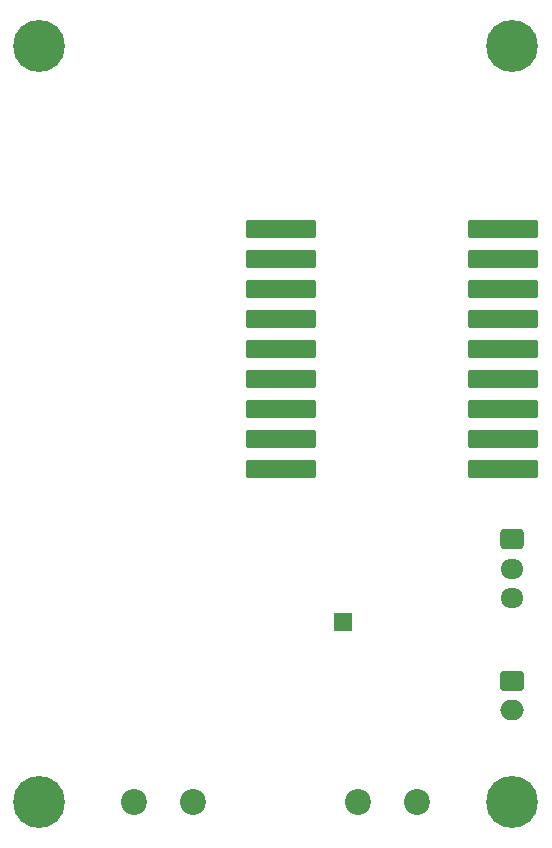
<source format=gbr>
%TF.GenerationSoftware,KiCad,Pcbnew,9.0.2*%
%TF.CreationDate,2025-07-25T15:36:06+01:00*%
%TF.ProjectId,doorbell_pcb_v2,646f6f72-6265-46c6-9c5f-7063625f7632,rev?*%
%TF.SameCoordinates,Original*%
%TF.FileFunction,Soldermask,Bot*%
%TF.FilePolarity,Negative*%
%FSLAX46Y46*%
G04 Gerber Fmt 4.6, Leading zero omitted, Abs format (unit mm)*
G04 Created by KiCad (PCBNEW 9.0.2) date 2025-07-25 15:36:06*
%MOMM*%
%LPD*%
G01*
G04 APERTURE LIST*
G04 Aperture macros list*
%AMRoundRect*
0 Rectangle with rounded corners*
0 $1 Rounding radius*
0 $2 $3 $4 $5 $6 $7 $8 $9 X,Y pos of 4 corners*
0 Add a 4 corners polygon primitive as box body*
4,1,4,$2,$3,$4,$5,$6,$7,$8,$9,$2,$3,0*
0 Add four circle primitives for the rounded corners*
1,1,$1+$1,$2,$3*
1,1,$1+$1,$4,$5*
1,1,$1+$1,$6,$7*
1,1,$1+$1,$8,$9*
0 Add four rect primitives between the rounded corners*
20,1,$1+$1,$2,$3,$4,$5,0*
20,1,$1+$1,$4,$5,$6,$7,0*
20,1,$1+$1,$6,$7,$8,$9,0*
20,1,$1+$1,$8,$9,$2,$3,0*%
G04 Aperture macros list end*
%ADD10C,4.400000*%
%ADD11RoundRect,0.250000X-0.750000X0.600000X-0.750000X-0.600000X0.750000X-0.600000X0.750000X0.600000X0*%
%ADD12O,2.000000X1.700000*%
%ADD13C,2.200000*%
%ADD14RoundRect,0.250000X-0.725000X0.600000X-0.725000X-0.600000X0.725000X-0.600000X0.725000X0.600000X0*%
%ADD15O,1.950000X1.700000*%
%ADD16RoundRect,0.225000X2.775000X0.525000X-2.775000X0.525000X-2.775000X-0.525000X2.775000X-0.525000X0*%
%ADD17C,1.000000*%
%ADD18RoundRect,0.225000X-2.775000X-0.525000X2.775000X-0.525000X2.775000X0.525000X-2.775000X0.525000X0*%
%ADD19R,1.500000X1.500000*%
G04 APERTURE END LIST*
D10*
%TO.C,H2*%
X170000000Y-60000000D03*
%TD*%
D11*
%TO.C,J3*%
X170000000Y-113750000D03*
D12*
X170000000Y-116250000D03*
%TD*%
D10*
%TO.C,H1*%
X130000000Y-60000000D03*
%TD*%
%TO.C,H4*%
X130000000Y-124000000D03*
%TD*%
D13*
%TO.C,J1*%
X138000000Y-124000000D03*
X143000000Y-124000000D03*
%TD*%
D10*
%TO.C,H3*%
X170000000Y-124000000D03*
%TD*%
D13*
%TO.C,J2*%
X157000000Y-124000000D03*
X162000000Y-124000000D03*
%TD*%
D14*
%TO.C,J4*%
X170000000Y-101750000D03*
D15*
X170000000Y-104250000D03*
X170000000Y-106750000D03*
%TD*%
D16*
%TO.C,U3*%
X150440000Y-75500000D03*
D17*
X152250000Y-75500000D03*
D16*
X150440000Y-78040000D03*
D17*
X152250000Y-78040000D03*
D16*
X150440000Y-80580000D03*
D17*
X152250000Y-80580000D03*
D16*
X150440000Y-83120000D03*
D17*
X152250000Y-83120000D03*
D16*
X150440000Y-85660000D03*
D17*
X152250000Y-85660000D03*
D16*
X150440000Y-88200000D03*
D17*
X152250000Y-88200000D03*
D16*
X150440000Y-90740000D03*
D17*
X152250000Y-90740000D03*
D16*
X150440000Y-93280000D03*
D17*
X152250000Y-93280000D03*
D16*
X150440000Y-95820000D03*
D17*
X152250000Y-95820000D03*
X167490000Y-95820000D03*
D18*
X169300000Y-95820000D03*
D17*
X167490000Y-93280000D03*
D18*
X169300000Y-93280000D03*
D17*
X167490000Y-90740000D03*
D18*
X169300000Y-90740000D03*
D17*
X167490000Y-88200000D03*
D18*
X169300000Y-88200000D03*
D17*
X167490000Y-85660000D03*
D18*
X169300000Y-85660000D03*
D17*
X167490000Y-83120000D03*
D18*
X169300000Y-83120000D03*
D17*
X167490000Y-80580000D03*
D18*
X169300000Y-80580000D03*
D17*
X167490000Y-78040000D03*
D18*
X169300000Y-78040000D03*
D17*
X167490000Y-75500000D03*
D18*
X169300000Y-75500000D03*
%TD*%
D19*
%TO.C,TP1*%
X155750000Y-108750000D03*
%TD*%
M02*

</source>
